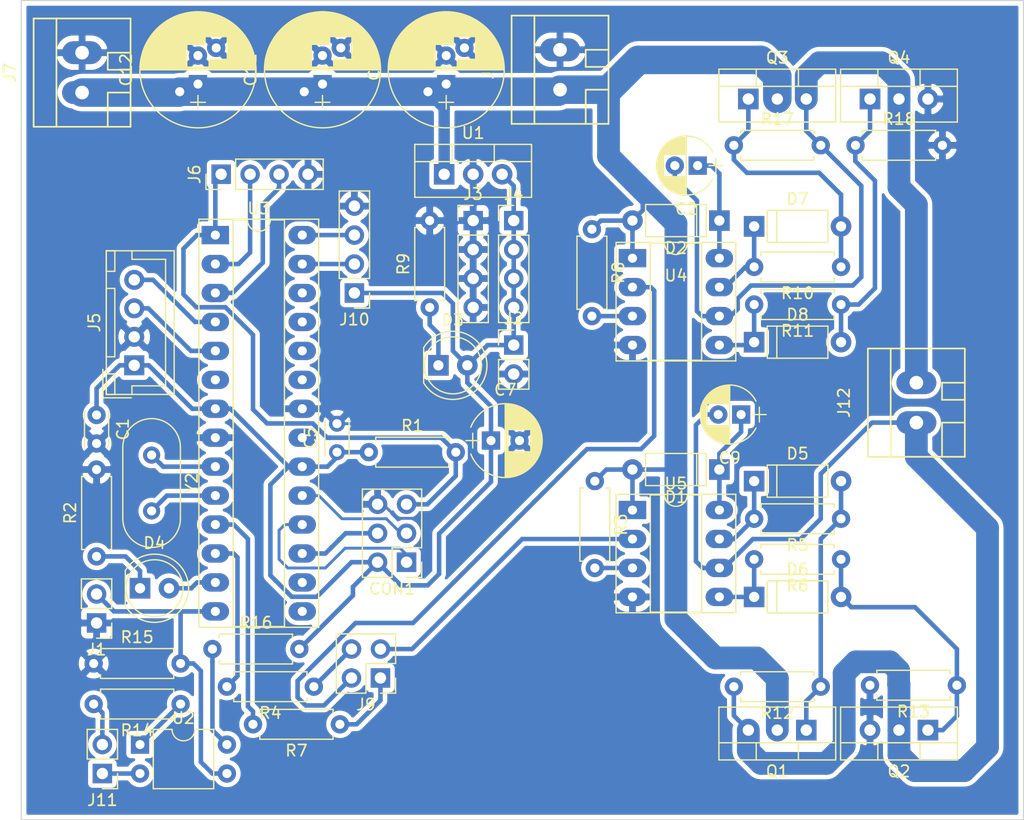
<source format=kicad_pcb>
(kicad_pcb (version 4) (host pcbnew 4.0.7)
  (title_block (title "Closed loop Motor driver") (date 2017-12-19) (rev 2) (company "Malhar Deshmukh") (comment 1 https://github.com/DeshmukhMalhar/Motor-Driver))
  (layers (0 F.Cu signal) (31 B.Cu signal) (34 B.Paste user) (35 F.Paste user) (36 B.SilkS user) (37 F.SilkS user) (38 B.Mask user) (39 F.Mask user) (44 Edge.Cuts user))
  (net 0 "")
  (net 1 +5V)
  (net 2 GND)
  (net 3 VCC)
  (net 4 "Net-(C9-Pad1)")
  (net 5 "Net-(C9-Pad2)")
  (net 6 "Net-(CON1-Pad1)")
  (net 7 "Net-(CON1-Pad3)")
  (net 8 "Net-(CON1-Pad4)")
  (net 9 /RST)
  (net 10 "Net-(D3-Pad1)")
  (net 11 "Net-(D4-Pad1)")
  (net 12 "Net-(D4-Pad2)")
  (net 13 "Net-(J5-Pad3)")
  (net 14 "Net-(J10-Pad2)")
  (net 15 "Net-(J10-Pad3)")
  (net 16 "Net-(R3-Pad2)")
  (net 17 "Net-(R8-Pad2)")
  (net 18 "Net-(U3-Pad9)")
  (net 19 "Net-(U3-Pad10)")
  (net 20 /IN1)
  (net 21 /IN2)
  (net 22 "Net-(J6-Pad2)")
  (net 23 "Net-(J6-Pad3)")
  (net 24 /INPUT_L)
  (net 25 "Net-(J11-Pad1)")
  (net 26 "Net-(J11-Pad2)")
  (net 27 "Net-(R14-Pad1)")
  (net 28 "Net-(R16-Pad1)")
  (net 29 "Net-(C2-Pad1)")
  (net 30 "Net-(C2-Pad2)")
  (net 31 "Net-(D5-Pad1)")
  (net 32 "Net-(D5-Pad2)")
  (net 33 "Net-(D6-Pad1)")
  (net 34 "Net-(D6-Pad2)")
  (net 35 "Net-(D7-Pad1)")
  (net 36 "Net-(D7-Pad2)")
  (net 37 "Net-(D8-Pad1)")
  (net 38 "Net-(D8-Pad2)")
  (net 39 "Net-(J9-Pad2)")
  (net 40 "Net-(J9-Pad3)")
  (net 41 "Net-(J5-Pad4)")
  (net 42 "Net-(J9-Pad1)")
  (net 43 "Net-(J9-Pad4)")
  (module Pin_Headers:Pin_Header_Straight_2x03_Pitch2.54mm (layer F.Cu) (at 93.218 89.154 180)
    (fp_text reference CON1 (at 1.27 -2.33 180) (layer F.SilkS))
    (fp_text value AVR-ISP-6)
    (pad 1 thru_hole rect (at 0 0 180) (size 1.7 1.7) (drill 1) (layers *.Cu *.Mask) (net 6 "Net-(CON1-Pad1)"))
    (pad 2 thru_hole oval (at 2.54 0 180) (size 1.7 1.7) (drill 1) (layers *.Cu *.Mask) (net 1 +5V))
    (pad 3 thru_hole oval (at 0 2.54 180) (size 1.7 1.7) (drill 1) (layers *.Cu *.Mask) (net 7 "Net-(CON1-Pad3)"))
    (pad 4 thru_hole oval (at 2.54 2.54 180) (size 1.7 1.7) (drill 1) (layers *.Cu *.Mask) (net 8 "Net-(CON1-Pad4)"))
    (pad 5 thru_hole oval (at 0 5.08 180) (size 1.7 1.7) (drill 1) (layers *.Cu *.Mask) (net 9 /RST))
    (pad 6 thru_hole oval (at 2.54 5.08 180) (size 1.7 1.7) (drill 1) (layers *.Cu *.Mask) (net 2 GND))
  )
  (module Capacitors_THT:C_Disc_D3.0mm_W2.0mm_P2.50mm (layer F.Cu) (at 66.04 76.24 270)
    (fp_text reference C1 (at 1.25 -2.31 270) (layer F.SilkS))
    (fp_text value 0.1)
    (pad 1 thru_hole circle (at 0 0 270) (size 1.6 1.6) (drill 0.8) (layers *.Cu *.Mask) (net 1 +5V))
    (pad 2 thru_hole circle (at 2.5 0 270) (size 1.6 1.6) (drill 0.8) (layers *.Cu *.Mask) (net 2 GND))
  )
  (module Capacitors_THT:CP_Radial_D5.0mm_P2.00mm (layer F.Cu) (at 118.745 54.356 180)
    (fp_text reference C2 (at 1 -3.81 180) (layer F.SilkS))
    (fp_text value CP_Small)
    (pad 1 thru_hole rect (at 0 0 180) (size 1.6 1.6) (drill 0.8) (layers *.Cu *.Mask) (net 29 "Net-(C2-Pad1)"))
    (pad 2 thru_hole circle (at 2 0 180) (size 1.6 1.6) (drill 0.8) (layers *.Cu *.Mask) (net 30 "Net-(C2-Pad2)"))
  )
  (module Capacitors_THT:CP_Radial_D10.0mm_P2.50mm_P5.00mm (layer F.Cu) (at 96.698 47.204 90)
    (fp_text reference C3 (at 1.25 -6.31 90) (layer F.SilkS))
    (fp_text value 10u)
    (pad 1 thru_hole rect (at 0 0 90) (size 1.6 1.6) (drill 0.8) (layers *.Cu *.Mask) (net 3 VCC))
    (pad 2 thru_hole circle (at 2.5 0 90) (size 1.6 1.6) (drill 0.8) (layers *.Cu *.Mask) (net 2 GND))
    (pad 1 thru_hole rect (at -0.670937 -1.6 90) (size 1.6 1.6) (drill 0.8) (layers *.Cu *.Mask) (net 3 VCC))
    (pad 2 thru_hole circle (at 3.170937 1.6 90) (size 1.6 1.6) (drill 0.8) (layers *.Cu *.Mask) (net 2 GND))
  )
  (module Capacitors_THT:C_Disc_D3.0mm_W2.0mm_P2.50mm (layer F.Cu) (at 87.122 79.502 90)
    (fp_text reference C5 (at 1.25 -2.31 90) (layer F.SilkS))
    (fp_text value 0.1C)
    (pad 1 thru_hole circle (at 0 0 90) (size 1.4 1.4) (drill 0.8) (layers *.Cu *.Mask) (net 1 +5V))
    (pad 2 thru_hole circle (at 2.5 0 90) (size 1.4 1.4) (drill 0.8) (layers *.Cu *.Mask) (net 2 GND))
  )
  (module Capacitors_THT:CP_Radial_D5.0mm_P2.00mm (layer F.Cu) (at 122.555 76.2 180)
    (fp_text reference C9 (at 1 -3.81 180) (layer F.SilkS))
    (fp_text value CP_Small)
    (pad 1 thru_hole rect (at 0 0 180) (size 1.6 1.6) (drill 0.8) (layers *.Cu *.Mask) (net 4 "Net-(C9-Pad1)"))
    (pad 2 thru_hole circle (at 2 0 180) (size 1.6 1.6) (drill 0.8) (layers *.Cu *.Mask) (net 5 "Net-(C9-Pad2)"))
  )
  (module Capacitors_THT:CP_Radial_D10.0mm_P2.50mm_P5.00mm (layer F.Cu) (at 85.852 47.204 90)
    (fp_text reference C11 (at 1.25 -6.31 90) (layer F.SilkS))
    (fp_text value CP_Small)
    (pad 1 thru_hole rect (at 0 0 90) (size 1.6 1.6) (drill 0.8) (layers *.Cu *.Mask) (net 3 VCC))
    (pad 2 thru_hole circle (at 2.5 0 90) (size 1.6 1.6) (drill 0.8) (layers *.Cu *.Mask) (net 2 GND))
    (pad 1 thru_hole rect (at -0.670937 -1.6 90) (size 1.6 1.6) (drill 0.8) (layers *.Cu *.Mask) (net 3 VCC))
    (pad 2 thru_hole circle (at 3.170937 1.6 90) (size 1.6 1.6) (drill 0.8) (layers *.Cu *.Mask) (net 2 GND))
  )
  (module Capacitors_THT:CP_Radial_D10.0mm_P2.50mm_P5.00mm (layer F.Cu) (at 74.93 47.204 90)
    (fp_text reference C12 (at 1.25 -6.31 90) (layer F.SilkS))
    (fp_text value CP_Small)
    (pad 1 thru_hole rect (at 0 0 90) (size 1.6 1.6) (drill 0.8) (layers *.Cu *.Mask) (net 3 VCC))
    (pad 2 thru_hole circle (at 2.5 0 90) (size 1.6 1.6) (drill 0.8) (layers *.Cu *.Mask) (net 2 GND))
    (pad 1 thru_hole rect (at -0.670937 -1.6 90) (size 1.6 1.6) (drill 0.8) (layers *.Cu *.Mask) (net 3 VCC))
    (pad 2 thru_hole circle (at 3.170937 1.6 90) (size 1.6 1.6) (drill 0.8) (layers *.Cu *.Mask) (net 2 GND))
  )
  (module Diodes_THT:D_A-405_P7.62mm_Horizontal (layer F.Cu) (at 120.65 81.026 180)
    (fp_text reference D1 (at 3.81 -2.41 180) (layer F.SilkS))
    (fp_text value D)
    (pad 1 thru_hole rect (at 0 0 180) (size 1.8 1.8) (drill 0.9) (layers *.Cu *.Mask) (net 4 "Net-(C9-Pad1)"))
    (pad 2 thru_hole oval (at 7.62 0 180) (size 1.8 1.8) (drill 0.9) (layers *.Cu *.Mask) (net 3 VCC))
  )
  (module Diodes_THT:D_A-405_P7.62mm_Horizontal (layer F.Cu) (at 120.65 59.182 180)
    (fp_text reference D2 (at 3.81 -2.41 180) (layer F.SilkS))
    (fp_text value D)
    (pad 1 thru_hole rect (at 0 0 180) (size 1.8 1.8) (drill 0.9) (layers *.Cu *.Mask) (net 29 "Net-(C2-Pad1)"))
    (pad 2 thru_hole oval (at 7.62 0 180) (size 1.8 1.8) (drill 0.9) (layers *.Cu *.Mask) (net 3 VCC))
  )
  (module LEDs:LED_D5.0mm (layer F.Cu) (at 96.012 71.882)
    (fp_text reference D3 (at 1.27 -3.96) (layer F.SilkS))
    (fp_text value LED_ALT)
    (pad 1 thru_hole rect (at 0 0) (size 1.8 1.8) (drill 0.9) (layers *.Cu *.Mask) (net 10 "Net-(D3-Pad1)"))
    (pad 2 thru_hole circle (at 2.54 0) (size 1.8 1.8) (drill 0.9) (layers *.Cu *.Mask) (net 1 +5V))
  )
  (module LEDs:LED_D5.0mm (layer F.Cu) (at 69.85 91.44)
    (fp_text reference D4 (at 1.27 -3.96) (layer F.SilkS))
    (fp_text value LED_ALT)
    (pad 1 thru_hole rect (at 0 0) (size 1.8 1.8) (drill 0.9) (layers *.Cu *.Mask) (net 11 "Net-(D4-Pad1)"))
    (pad 2 thru_hole circle (at 2.54 0) (size 1.8 1.8) (drill 0.9) (layers *.Cu *.Mask) (net 12 "Net-(D4-Pad2)"))
  )
  (module Pin_Headers:Pin_Header_Straight_1x02_Pitch2.54mm (layer F.Cu) (at 66.04 94.488 180)
    (fp_text reference J1 (at 0 -2.33 180) (layer F.SilkS))
    (fp_text value Conn_01x02)
    (pad 1 thru_hole rect (at 0 0 180) (size 1.7 1.7) (drill 1) (layers *.Cu *.Mask) (net 2 GND))
    (pad 2 thru_hole oval (at 0 2.54 180) (size 1.7 1.7) (drill 1) (layers *.Cu *.Mask) (net 24 /INPUT_L))
  )
  (module Pin_Headers:Pin_Header_Straight_1x02_Pitch2.54mm (layer F.Cu) (at 102.616 70.104)
    (fp_text reference J2 (at 0 -2.33) (layer F.SilkS))
    (fp_text value Conn_01x02)
    (pad 1 thru_hole rect (at 0 0) (size 1.7 1.7) (drill 1) (layers *.Cu *.Mask) (net 1 +5V))
    (pad 2 thru_hole oval (at 0 2.54) (size 1.7 1.7) (drill 1) (layers *.Cu *.Mask) (net 2 GND))
  )
  (module Pin_Headers:Pin_Header_Straight_1x04_Pitch2.54mm (layer F.Cu) (at 99.06 59.182)
    (fp_text reference J3 (at 0 -2.33) (layer F.SilkS))
    (fp_text value Conn_01x04)
    (pad 1 thru_hole rect (at 0 0) (size 1.7 1.7) (drill 1) (layers *.Cu *.Mask) (net 2 GND))
    (pad 2 thru_hole oval (at 0 2.54) (size 1.7 1.7) (drill 1) (layers *.Cu *.Mask) (net 2 GND))
    (pad 3 thru_hole oval (at 0 5.08) (size 1.7 1.7) (drill 1) (layers *.Cu *.Mask) (net 2 GND))
    (pad 4 thru_hole oval (at 0 7.62) (size 1.7 1.7) (drill 1) (layers *.Cu *.Mask) (net 2 GND))
  )
  (module Pin_Headers:Pin_Header_Straight_1x04_Pitch2.54mm (layer F.Cu) (at 102.616 59.182)
    (fp_text reference J4 (at 0 -2.33) (layer F.SilkS))
    (fp_text value Conn_01x04)
    (pad 1 thru_hole rect (at 0 0) (size 1.7 1.7) (drill 1) (layers *.Cu *.Mask) (net 1 +5V))
    (pad 2 thru_hole oval (at 0 2.54) (size 1.7 1.7) (drill 1) (layers *.Cu *.Mask) (net 1 +5V))
    (pad 3 thru_hole oval (at 0 5.08) (size 1.7 1.7) (drill 1) (layers *.Cu *.Mask) (net 1 +5V))
    (pad 4 thru_hole oval (at 0 7.62) (size 1.7 1.7) (drill 1) (layers *.Cu *.Mask) (net 1 +5V))
  )
  (module Connectors_JST:JST_XH_B04B-XH-A_04x2.50mm_Straight (layer F.Cu) (at 69.342 71.882 90)
    (fp_text reference J5 (at 3.75 -3.5 90) (layer F.SilkS))
    (fp_text value Conn_01x04)
    (pad 1 thru_hole rect (at 0 0 90) (size 1.75 1.75) (drill 1) (layers *.Cu *.Mask) (net 1 +5V))
    (pad 2 thru_hole circle (at 2.5 0 90) (size 1.75 1.75) (drill 1) (layers *.Cu *.Mask) (net 2 GND))
    (pad 3 thru_hole circle (at 5 0 90) (size 1.75 1.75) (drill 1) (layers *.Cu *.Mask) (net 13 "Net-(J5-Pad3)"))
    (pad 4 thru_hole circle (at 7.5 0 90) (size 1.75 1.75) (drill 1) (layers *.Cu *.Mask) (net 41 "Net-(J5-Pad4)"))
  )
  (module Pin_Headers:Pin_Header_Straight_1x04_Pitch2.54mm (layer F.Cu) (at 76.962 55.118 90)
    (fp_text reference J6 (at 0 -2.33 90) (layer F.SilkS))
    (fp_text value Conn_01x04)
    (pad 1 thru_hole rect (at 0 0 90) (size 1.7 1.7) (drill 1) (layers *.Cu *.Mask) (net 9 /RST))
    (pad 2 thru_hole oval (at 0 2.54 90) (size 1.7 1.7) (drill 1) (layers *.Cu *.Mask) (net 22 "Net-(J6-Pad2)"))
    (pad 3 thru_hole oval (at 0 5.08 90) (size 1.7 1.7) (drill 1) (layers *.Cu *.Mask) (net 23 "Net-(J6-Pad3)"))
    (pad 4 thru_hole oval (at 0 7.62 90) (size 1.7 1.7) (drill 1) (layers *.Cu *.Mask) (net 2 GND))
  )
  (module Connectors_WAGO:WAGO_734_2pin_Straight_RuggedPads (layer F.Cu) (at 64.77 46.20006 90)
    (fp_text reference J7 (at 0 -6.35 90) (layer F.SilkS))
    (fp_text value Conn_01x02)
    (pad 2 thru_hole oval (at 1.75006 0 90) (size 1.99898 3.50012) (drill 1.19888) (layers *.Cu *.Mask) (net 2 GND))
    (pad 1 thru_hole oval (at -1.75006 0 90) (size 1.99898 3.50012) (drill 1.19888) (layers *.Cu *.Mask) (net 3 VCC))
  )
  (module Connectors_WAGO:WAGO_734_2pin_Straight_RuggedPads (layer F.Cu) (at 106.68 45.94606 90)
    (fp_text reference J8 (at 0 -6.35 90) (layer F.SilkS))
    (fp_text value Conn_01x02)
    (pad 2 thru_hole oval (at 1.75006 0 90) (size 1.99898 3.50012) (drill 1.19888) (layers *.Cu *.Mask) (net 2 GND))
    (pad 1 thru_hole oval (at -1.75006 0 90) (size 1.99898 3.50012) (drill 1.19888) (layers *.Cu *.Mask) (net 3 VCC))
  )
  (module Pin_Headers:Pin_Header_Straight_2x02_Pitch2.54mm (layer F.Cu) (at 90.932 99.314 180)
    (fp_text reference J9 (at 1.27 -2.33 180) (layer F.SilkS))
    (fp_text value Conn_02x02_Odd_Even)
    (pad 1 thru_hole rect (at 0 0 180) (size 1.7 1.7) (drill 1) (layers *.Cu *.Mask) (net 42 "Net-(J9-Pad1)"))
    (pad 2 thru_hole oval (at 2.54 0 180) (size 1.7 1.7) (drill 1) (layers *.Cu *.Mask) (net 39 "Net-(J9-Pad2)"))
    (pad 3 thru_hole oval (at 0 2.54 180) (size 1.7 1.7) (drill 1) (layers *.Cu *.Mask) (net 40 "Net-(J9-Pad3)"))
    (pad 4 thru_hole oval (at 2.54 2.54 180) (size 1.7 1.7) (drill 1) (layers *.Cu *.Mask) (net 43 "Net-(J9-Pad4)"))
  )
  (module Pin_Headers:Pin_Header_Straight_1x04_Pitch2.54mm (layer F.Cu) (at 88.646 65.532 180)
    (fp_text reference J10 (at 0 -2.33 180) (layer F.SilkS))
    (fp_text value Conn_01x04)
    (pad 1 thru_hole rect (at 0 0 180) (size 1.7 1.7) (drill 1) (layers *.Cu *.Mask) (net 1 +5V))
    (pad 2 thru_hole oval (at 0 2.54 180) (size 1.7 1.7) (drill 1) (layers *.Cu *.Mask) (net 14 "Net-(J10-Pad2)"))
    (pad 3 thru_hole oval (at 0 5.08 180) (size 1.7 1.7) (drill 1) (layers *.Cu *.Mask) (net 15 "Net-(J10-Pad3)"))
    (pad 4 thru_hole oval (at 0 7.62 180) (size 1.7 1.7) (drill 1) (layers *.Cu *.Mask) (net 2 GND))
  )
  (module Pin_Headers:Pin_Header_Straight_1x02_Pitch2.54mm (layer F.Cu) (at 66.548 107.696 180)
    (fp_text reference J11 (at 0 -2.33 180) (layer F.SilkS))
    (fp_text value Conn_01x02)
    (pad 1 thru_hole rect (at 0 0 180) (size 1.7 1.7) (drill 1) (layers *.Cu *.Mask) (net 25 "Net-(J11-Pad1)"))
    (pad 2 thru_hole oval (at 0 2.54 180) (size 1.7 1.7) (drill 1) (layers *.Cu *.Mask) (net 26 "Net-(J11-Pad2)"))
  )
  (module Connectors_WAGO:WAGO_734_2pin_Straight_RuggedPads (layer F.Cu) (at 137.922 75.15606 90)
    (fp_text reference J12 (at 0 -6.35 90) (layer F.SilkS))
    (fp_text value Conn_01x02)
    (pad 2 thru_hole oval (at 1.75006 0 90) (size 1.99898 3.50012) (drill 1.19888) (layers *.Cu *.Mask) (net 30 "Net-(C2-Pad2)"))
    (pad 1 thru_hole oval (at -1.75006 0 90) (size 1.99898 3.50012) (drill 1.19888) (layers *.Cu *.Mask) (net 5 "Net-(C9-Pad2)"))
  )
  (module TO_SOT_Packages_THT:TO-220-3_Vertical (layer F.Cu) (at 128.27 103.886 180)
    (fp_text reference Q1 (at 2.54 -3.62 180) (layer F.SilkS))
    (fp_text value IRF3205)
    (pad 1 thru_hole rect (at 0 0 180) (size 1.8 1.8) (drill 1) (layers *.Cu *.Mask) (net 32 "Net-(D5-Pad2)"))
    (pad 2 thru_hole oval (at 2.54 0 180) (size 1.8 1.8) (drill 1) (layers *.Cu *.Mask) (net 3 VCC))
    (pad 3 thru_hole oval (at 5.08 0 180) (size 1.8 1.8) (drill 1) (layers *.Cu *.Mask) (net 5 "Net-(C9-Pad2)"))
  )
  (module TO_SOT_Packages_THT:TO-220-3_Vertical (layer F.Cu) (at 138.938 103.886 180)
    (fp_text reference Q2 (at 2.54 -3.62 180) (layer F.SilkS))
    (fp_text value IRF3205)
    (pad 1 thru_hole rect (at 0 0 180) (size 1.8 1.8) (drill 1) (layers *.Cu *.Mask) (net 34 "Net-(D6-Pad2)"))
    (pad 2 thru_hole oval (at 2.54 0 180) (size 1.8 1.8) (drill 1) (layers *.Cu *.Mask) (net 5 "Net-(C9-Pad2)"))
    (pad 3 thru_hole oval (at 5.08 0 180) (size 1.8 1.8) (drill 1) (layers *.Cu *.Mask) (net 2 GND))
  )
  (module TO_SOT_Packages_THT:TO-220-3_Vertical (layer F.Cu) (at 123.19 48.514)
    (fp_text reference Q3 (at 2.54 -3.62) (layer F.SilkS))
    (fp_text value IRF3205)
    (pad 1 thru_hole rect (at 0 0) (size 1.8 1.8) (drill 1) (layers *.Cu *.Mask) (net 36 "Net-(D7-Pad2)"))
    (pad 2 thru_hole oval (at 2.54 0) (size 1.8 1.8) (drill 1) (layers *.Cu *.Mask) (net 3 VCC))
    (pad 3 thru_hole oval (at 5.08 0) (size 1.8 1.8) (drill 1) (layers *.Cu *.Mask) (net 30 "Net-(C2-Pad2)"))
  )
  (module TO_SOT_Packages_THT:TO-220-3_Vertical (layer F.Cu) (at 133.858 48.514)
    (fp_text reference Q4 (at 2.54 -3.62) (layer F.SilkS))
    (fp_text value IRF3205)
    (pad 1 thru_hole rect (at 0 0) (size 1.8 1.8) (drill 1) (layers *.Cu *.Mask) (net 38 "Net-(D8-Pad2)"))
    (pad 2 thru_hole oval (at 2.54 0) (size 1.8 1.8) (drill 1) (layers *.Cu *.Mask) (net 30 "Net-(C2-Pad2)"))
    (pad 3 thru_hole oval (at 5.08 0) (size 1.8 1.8) (drill 1) (layers *.Cu *.Mask) (net 2 GND))
  )
  (module Resistors_THT:R_Axial_DIN0207_L6.3mm_D2.5mm_P7.62mm_Horizontal (layer F.Cu) (at 89.916 79.502)
    (fp_text reference R1 (at 3.81 -2.31) (layer F.SilkS))
    (fp_text value 10K)
    (pad 1 thru_hole circle (at 0 0) (size 1.6 1.6) (drill 0.8) (layers *.Cu *.Mask) (net 1 +5V))
    (pad 2 thru_hole oval (at 7.62 0) (size 1.6 1.6) (drill 0.8) (layers *.Cu *.Mask) (net 9 /RST))
  )
  (module Resistors_THT:R_Axial_DIN0207_L6.3mm_D2.5mm_P7.62mm_Horizontal (layer F.Cu) (at 66.04 88.646 90)
    (fp_text reference R2 (at 3.81 -2.31 90) (layer F.SilkS))
    (fp_text value 510)
    (pad 1 thru_hole circle (at 0 0 90) (size 1.6 1.6) (drill 0.8) (layers *.Cu *.Mask) (net 11 "Net-(D4-Pad1)"))
    (pad 2 thru_hole oval (at 7.62 0 90) (size 1.6 1.6) (drill 0.8) (layers *.Cu *.Mask) (net 2 GND))
  )
  (module Resistors_THT:R_Axial_DIN0207_L6.3mm_D2.5mm_P7.62mm_Horizontal (layer F.Cu) (at 109.728 82.042 270)
    (fp_text reference R3 (at 3.81 -2.31 270) (layer F.SilkS))
    (fp_text value R)
    (pad 1 thru_hole circle (at 0 0 270) (size 1.6 1.6) (drill 0.8) (layers *.Cu *.Mask) (net 3 VCC))
    (pad 2 thru_hole oval (at 7.62 0 270) (size 1.6 1.6) (drill 0.8) (layers *.Cu *.Mask) (net 16 "Net-(R3-Pad2)"))
  )
  (module Resistors_THT:R_Axial_DIN0207_L6.3mm_D2.5mm_P7.62mm_Horizontal (layer F.Cu) (at 85.09 100.076 180)
    (fp_text reference R4 (at 3.81 -2.31 180) (layer F.SilkS))
    (fp_text value R)
    (pad 1 thru_hole circle (at 0 0 180) (size 1.6 1.6) (drill 0.8) (layers *.Cu *.Mask) (net 43 "Net-(J9-Pad4)"))
    (pad 2 thru_hole oval (at 7.62 0 180) (size 1.6 1.6) (drill 0.8) (layers *.Cu *.Mask) (net 21 /IN2))
  )
  (module Resistors_THT:R_Axial_DIN0207_L6.3mm_D2.5mm_P7.62mm_Horizontal (layer F.Cu) (at 131.318 85.344 180)
    (fp_text reference R5 (at 3.81 -2.31 180) (layer F.SilkS))
    (fp_text value R)
    (pad 1 thru_hole circle (at 0 0 180) (size 1.6 1.6) (drill 0.8) (layers *.Cu *.Mask) (net 32 "Net-(D5-Pad2)"))
    (pad 2 thru_hole oval (at 7.62 0 180) (size 1.6 1.6) (drill 0.8) (layers *.Cu *.Mask) (net 31 "Net-(D5-Pad1)"))
  )
  (module Resistors_THT:R_Axial_DIN0207_L6.3mm_D2.5mm_P7.62mm_Horizontal (layer F.Cu) (at 131.318 88.9 180)
    (fp_text reference R6 (at 3.81 -2.31 180) (layer F.SilkS))
    (fp_text value R)
    (pad 1 thru_hole circle (at 0 0 180) (size 1.6 1.6) (drill 0.8) (layers *.Cu *.Mask) (net 34 "Net-(D6-Pad2)"))
    (pad 2 thru_hole oval (at 7.62 0 180) (size 1.6 1.6) (drill 0.8) (layers *.Cu *.Mask) (net 33 "Net-(D6-Pad1)"))
  )
  (module Resistors_THT:R_Axial_DIN0207_L6.3mm_D2.5mm_P7.62mm_Horizontal (layer F.Cu) (at 87.376 103.378 180)
    (fp_text reference R7 (at 3.81 -2.31 180) (layer F.SilkS))
    (fp_text value R)
    (pad 1 thru_hole circle (at 0 0 180) (size 1.6 1.6) (drill 0.8) (layers *.Cu *.Mask) (net 42 "Net-(J9-Pad1)"))
    (pad 2 thru_hole oval (at 7.62 0 180) (size 1.6 1.6) (drill 0.8) (layers *.Cu *.Mask) (net 20 /IN1))
  )
  (module Resistors_THT:R_Axial_DIN0207_L6.3mm_D2.5mm_P7.62mm_Horizontal (layer F.Cu) (at 109.474 59.944 270)
    (fp_text reference R8 (at 3.81 -2.31 270) (layer F.SilkS))
    (fp_text value R)
    (pad 1 thru_hole circle (at 0 0 270) (size 1.6 1.6) (drill 0.8) (layers *.Cu *.Mask) (net 3 VCC))
    (pad 2 thru_hole oval (at 7.62 0 270) (size 1.6 1.6) (drill 0.8) (layers *.Cu *.Mask) (net 17 "Net-(R8-Pad2)"))
  )
  (module Resistors_THT:R_Axial_DIN0207_L6.3mm_D2.5mm_P7.62mm_Horizontal (layer F.Cu) (at 95.25 66.802 90)
    (fp_text reference R9 (at 3.81 -2.31 90) (layer F.SilkS))
    (fp_text value 510)
    (pad 1 thru_hole circle (at 0 0 90) (size 1.6 1.6) (drill 0.8) (layers *.Cu *.Mask) (net 10 "Net-(D3-Pad1)"))
    (pad 2 thru_hole oval (at 7.62 0 90) (size 1.6 1.6) (drill 0.8) (layers *.Cu *.Mask) (net 2 GND))
  )
  (module Resistors_THT:R_Axial_DIN0207_L6.3mm_D2.5mm_P7.62mm_Horizontal (layer F.Cu) (at 131.318 63.246 180)
    (fp_text reference R10 (at 3.81 -2.31 180) (layer F.SilkS))
    (fp_text value R)
    (pad 1 thru_hole circle (at 0 0 180) (size 1.6 1.6) (drill 0.8) (layers *.Cu *.Mask) (net 36 "Net-(D7-Pad2)"))
    (pad 2 thru_hole oval (at 7.62 0 180) (size 1.6 1.6) (drill 0.8) (layers *.Cu *.Mask) (net 35 "Net-(D7-Pad1)"))
  )
  (module Resistors_THT:R_Axial_DIN0207_L6.3mm_D2.5mm_P7.62mm_Horizontal (layer F.Cu) (at 131.318 66.548 180)
    (fp_text reference R11 (at 3.81 -2.31 180) (layer F.SilkS))
    (fp_text value R)
    (pad 1 thru_hole circle (at 0 0 180) (size 1.6 1.6) (drill 0.8) (layers *.Cu *.Mask) (net 38 "Net-(D8-Pad2)"))
    (pad 2 thru_hole oval (at 7.62 0 180) (size 1.6 1.6) (drill 0.8) (layers *.Cu *.Mask) (net 37 "Net-(D8-Pad1)"))
  )
  (module Resistors_THT:R_Axial_DIN0207_L6.3mm_D2.5mm_P7.62mm_Horizontal (layer F.Cu) (at 129.54 100.076 180)
    (fp_text reference R12 (at 3.81 -2.31 180) (layer F.SilkS))
    (fp_text value R_Small)
    (pad 1 thru_hole circle (at 0 0 180) (size 1.6 1.6) (drill 0.8) (layers *.Cu *.Mask) (net 32 "Net-(D5-Pad2)"))
    (pad 2 thru_hole oval (at 7.62 0 180) (size 1.6 1.6) (drill 0.8) (layers *.Cu *.Mask) (net 5 "Net-(C9-Pad2)"))
  )
  (module Resistors_THT:R_Axial_DIN0207_L6.3mm_D2.5mm_P7.62mm_Horizontal (layer F.Cu) (at 141.478 99.949 180)
    (fp_text reference R13 (at 3.81 -2.31 180) (layer F.SilkS))
    (fp_text value R_Small)
    (pad 1 thru_hole circle (at 0 0 180) (size 1.6 1.6) (drill 0.8) (layers *.Cu *.Mask) (net 34 "Net-(D6-Pad2)"))
    (pad 2 thru_hole oval (at 7.62 0 180) (size 1.6 1.6) (drill 0.8) (layers *.Cu *.Mask) (net 2 GND))
  )
  (module Resistors_THT:R_Axial_DIN0207_L6.3mm_D2.5mm_P7.62mm_Horizontal (layer F.Cu) (at 73.406 101.6 180)
    (fp_text reference R14 (at 3.81 -2.31 180) (layer F.SilkS))
    (fp_text value 200)
    (pad 1 thru_hole circle (at 0 0 180) (size 1.6 1.6) (drill 0.8) (layers *.Cu *.Mask) (net 27 "Net-(R14-Pad1)"))
    (pad 2 thru_hole oval (at 7.62 0 180) (size 1.6 1.6) (drill 0.8) (layers *.Cu *.Mask) (net 26 "Net-(J11-Pad2)"))
  )
  (module Resistors_THT:R_Axial_DIN0207_L6.3mm_D2.5mm_P7.62mm_Horizontal (layer F.Cu) (at 65.786 98.044)
    (fp_text reference R15 (at 3.81 -2.31) (layer F.SilkS))
    (fp_text value 200)
    (pad 1 thru_hole circle (at 0 0) (size 1.6 1.6) (drill 0.8) (layers *.Cu *.Mask) (net 2 GND))
    (pad 2 thru_hole oval (at 7.62 0) (size 1.6 1.6) (drill 0.8) (layers *.Cu *.Mask) (net 24 /INPUT_L))
  )
  (module Resistors_THT:R_Axial_DIN0207_L6.3mm_D2.5mm_P7.62mm_Horizontal (layer F.Cu) (at 76.2 96.774)
    (fp_text reference R16 (at 3.81 -2.31) (layer F.SilkS))
    (fp_text value 1)
    (pad 1 thru_hole circle (at 0 0) (size 1.6 1.6) (drill 0.8) (layers *.Cu *.Mask) (net 28 "Net-(R16-Pad1)"))
    (pad 2 thru_hole oval (at 7.62 0) (size 1.6 1.6) (drill 0.8) (layers *.Cu *.Mask) (net 1 +5V))
  )
  (module Resistors_THT:R_Axial_DIN0207_L6.3mm_D2.5mm_P7.62mm_Horizontal (layer F.Cu) (at 121.92 52.578)
    (fp_text reference R17 (at 3.81 -2.31) (layer F.SilkS))
    (fp_text value R_Small)
    (pad 1 thru_hole circle (at 0 0) (size 1.6 1.6) (drill 0.8) (layers *.Cu *.Mask) (net 36 "Net-(D7-Pad2)"))
    (pad 2 thru_hole oval (at 7.62 0) (size 1.6 1.6) (drill 0.8) (layers *.Cu *.Mask) (net 30 "Net-(C2-Pad2)"))
  )
  (module Resistors_THT:R_Axial_DIN0207_L6.3mm_D2.5mm_P7.62mm_Horizontal (layer F.Cu) (at 132.588 52.578)
    (fp_text reference R18 (at 3.81 -2.31) (layer F.SilkS))
    (fp_text value R_Small)
    (pad 1 thru_hole circle (at 0 0) (size 1.6 1.6) (drill 0.8) (layers *.Cu *.Mask) (net 38 "Net-(D8-Pad2)"))
    (pad 2 thru_hole oval (at 7.62 0) (size 1.6 1.6) (drill 0.8) (layers *.Cu *.Mask) (net 2 GND))
  )
  (module TO_SOT_Packages_THT:TO-220-3_Vertical (layer F.Cu) (at 96.52 55.118)
    (fp_text reference U1 (at 2.54 -3.62) (layer F.SilkS))
    (fp_text value L7805)
    (pad 1 thru_hole rect (at 0 0) (size 1.8 1.8) (drill 1) (layers *.Cu *.Mask) (net 3 VCC))
    (pad 2 thru_hole oval (at 2.54 0) (size 1.8 1.8) (drill 1) (layers *.Cu *.Mask) (net 2 GND))
    (pad 3 thru_hole oval (at 5.08 0) (size 1.8 1.8) (drill 1) (layers *.Cu *.Mask) (net 1 +5V))
  )
  (module Housings_DIP:DIP-4_W7.62mm (layer F.Cu) (at 69.85 105.156)
    (fp_text reference U2 (at 3.81 -2.33) (layer F.SilkS))
    (fp_text value PC817)
    (pad 1 thru_hole rect (at 0 0) (size 1.6 1.6) (drill 0.8) (layers *.Cu *.Mask) (net 27 "Net-(R14-Pad1)"))
    (pad 3 thru_hole oval (at 7.62 2.54) (size 1.6 1.6) (drill 0.8) (layers *.Cu *.Mask) (net 24 /INPUT_L))
    (pad 2 thru_hole oval (at 0 2.54) (size 1.6 1.6) (drill 0.8) (layers *.Cu *.Mask) (net 25 "Net-(J11-Pad1)"))
    (pad 4 thru_hole oval (at 7.62 0) (size 1.6 1.6) (drill 0.8) (layers *.Cu *.Mask) (net 28 "Net-(R16-Pad1)"))
  )
  (module Housings_DIP:DIP-28_W7.62mm_Socket_LongPads (layer F.Cu) (at 76.454 60.452)
    (fp_text reference U3 (at 3.81 -2.33) (layer F.SilkS))
    (fp_text value ATMEGA328P-PU)
    (pad 1 thru_hole rect (at 0 0) (size 2.4 1.6) (drill 0.8) (layers *.Cu *.Mask) (net 9 /RST))
    (pad 15 thru_hole oval (at 7.62 33.02) (size 2.4 1.6) (drill 0.8) (layers *.Cu *.Mask))
    (pad 2 thru_hole oval (at 0 2.54) (size 2.4 1.6) (drill 0.8) (layers *.Cu *.Mask) (net 22 "Net-(J6-Pad2)"))
    (pad 16 thru_hole oval (at 7.62 30.48) (size 2.4 1.6) (drill 0.8) (layers *.Cu *.Mask))
    (pad 3 thru_hole oval (at 0 5.08) (size 2.4 1.6) (drill 0.8) (layers *.Cu *.Mask) (net 23 "Net-(J6-Pad3)"))
    (pad 17 thru_hole oval (at 7.62 27.94) (size 2.4 1.6) (drill 0.8) (layers *.Cu *.Mask) (net 8 "Net-(CON1-Pad4)"))
    (pad 4 thru_hole oval (at 0 7.62) (size 2.4 1.6) (drill 0.8) (layers *.Cu *.Mask) (net 41 "Net-(J5-Pad4)"))
    (pad 18 thru_hole oval (at 7.62 25.4) (size 2.4 1.6) (drill 0.8) (layers *.Cu *.Mask) (net 6 "Net-(CON1-Pad1)"))
    (pad 5 thru_hole oval (at 0 10.16) (size 2.4 1.6) (drill 0.8) (layers *.Cu *.Mask) (net 13 "Net-(J5-Pad3)"))
    (pad 19 thru_hole oval (at 7.62 22.86) (size 2.4 1.6) (drill 0.8) (layers *.Cu *.Mask) (net 7 "Net-(CON1-Pad3)"))
    (pad 6 thru_hole oval (at 0 12.7) (size 2.4 1.6) (drill 0.8) (layers *.Cu *.Mask))
    (pad 20 thru_hole oval (at 7.62 20.32) (size 2.4 1.6) (drill 0.8) (layers *.Cu *.Mask) (net 1 +5V))
    (pad 7 thru_hole oval (at 0 15.24) (size 2.4 1.6) (drill 0.8) (layers *.Cu *.Mask) (net 1 +5V))
    (pad 21 thru_hole oval (at 7.62 17.78) (size 2.4 1.6) (drill 0.8) (layers *.Cu *.Mask))
    (pad 8 thru_hole oval (at 0 17.78) (size 2.4 1.6) (drill 0.8) (layers *.Cu *.Mask) (net 2 GND))
    (pad 22 thru_hole oval (at 7.62 15.24) (size 2.4 1.6) (drill 0.8) (layers *.Cu *.Mask) (net 2 GND))
    (pad 9 thru_hole oval (at 0 20.32) (size 2.4 1.6) (drill 0.8) (layers *.Cu *.Mask) (net 18 "Net-(U3-Pad9)"))
    (pad 23 thru_hole oval (at 7.62 12.7) (size 2.4 1.6) (drill 0.8) (layers *.Cu *.Mask))
    (pad 10 thru_hole oval (at 0 22.86) (size 2.4 1.6) (drill 0.8) (layers *.Cu *.Mask) (net 19 "Net-(U3-Pad10)"))
    (pad 24 thru_hole oval (at 7.62 10.16) (size 2.4 1.6) (drill 0.8) (layers *.Cu *.Mask))
    (pad 11 thru_hole oval (at 0 25.4) (size 2.4 1.6) (drill 0.8) (layers *.Cu *.Mask) (net 20 /IN1))
    (pad 25 thru_hole oval (at 7.62 7.62) (size 2.4 1.6) (drill 0.8) (layers *.Cu *.Mask))
    (pad 12 thru_hole oval (at 0 27.94) (size 2.4 1.6) (drill 0.8) (layers *.Cu *.Mask) (net 21 /IN2))
    (pad 26 thru_hole oval (at 7.62 5.08) (size 2.4 1.6) (drill 0.8) (layers *.Cu *.Mask))
    (pad 13 thru_hole oval (at 0 30.48) (size 2.4 1.6) (drill 0.8) (layers *.Cu *.Mask) (net 12 "Net-(D4-Pad2)"))
    (pad 27 thru_hole oval (at 7.62 2.54) (size 2.4 1.6) (drill 0.8) (layers *.Cu *.Mask) (net 14 "Net-(J10-Pad2)"))
    (pad 14 thru_hole oval (at 0 33.02) (size 2.4 1.6) (drill 0.8) (layers *.Cu *.Mask) (net 24 /INPUT_L))
    (pad 28 thru_hole oval (at 7.62 0) (size 2.4 1.6) (drill 0.8) (layers *.Cu *.Mask) (net 15 "Net-(J10-Pad3)"))
  )
  (module Housings_DIP:DIP-8_W7.62mm_Socket_LongPads (layer F.Cu) (at 113.03 62.484)
    (fp_text reference U4 (at 3.81 1.524) (layer F.SilkS))
    (fp_text value IR2104)
    (pad 1 thru_hole rect (at 0 0) (size 2.4 1.6) (drill 0.8) (layers *.Cu *.Mask) (net 3 VCC))
    (pad 5 thru_hole oval (at 7.62 7.62) (size 2.4 1.6) (drill 0.8) (layers *.Cu *.Mask) (net 37 "Net-(D8-Pad1)"))
    (pad 2 thru_hole oval (at 0 2.54) (size 2.4 1.6) (drill 0.8) (layers *.Cu *.Mask) (net 39 "Net-(J9-Pad2)"))
    (pad 6 thru_hole oval (at 7.62 5.08) (size 2.4 1.6) (drill 0.8) (layers *.Cu *.Mask) (net 30 "Net-(C2-Pad2)"))
    (pad 3 thru_hole oval (at 0 5.08) (size 2.4 1.6) (drill 0.8) (layers *.Cu *.Mask) (net 17 "Net-(R8-Pad2)"))
    (pad 7 thru_hole oval (at 7.62 2.54) (size 2.4 1.6) (drill 0.8) (layers *.Cu *.Mask) (net 35 "Net-(D7-Pad1)"))
    (pad 4 thru_hole oval (at 0 7.62) (size 2.4 1.6) (drill 0.8) (layers *.Cu *.Mask) (net 2 GND))
    (pad 8 thru_hole oval (at 7.62 0) (size 2.4 1.6) (drill 0.8) (layers *.Cu *.Mask) (net 29 "Net-(C2-Pad1)"))
  )
  (module Housings_DIP:DIP-8_W7.62mm_Socket_LongPads (layer F.Cu) (at 113.03 84.582)
    (fp_text reference U5 (at 3.81 -2.33) (layer F.SilkS))
    (fp_text value IR2104)
    (pad 1 thru_hole rect (at 0 0) (size 2.4 1.6) (drill 0.8) (layers *.Cu *.Mask) (net 3 VCC))
    (pad 5 thru_hole oval (at 7.62 7.62) (size 2.4 1.6) (drill 0.8) (layers *.Cu *.Mask) (net 33 "Net-(D6-Pad1)"))
    (pad 2 thru_hole oval (at 0 2.54) (size 2.4 1.6) (drill 0.8) (layers *.Cu *.Mask) (net 40 "Net-(J9-Pad3)"))
    (pad 6 thru_hole oval (at 7.62 5.08) (size 2.4 1.6) (drill 0.8) (layers *.Cu *.Mask) (net 5 "Net-(C9-Pad2)"))
    (pad 3 thru_hole oval (at 0 5.08) (size 2.4 1.6) (drill 0.8) (layers *.Cu *.Mask) (net 16 "Net-(R3-Pad2)"))
    (pad 7 thru_hole oval (at 7.62 2.54) (size 2.4 1.6) (drill 0.8) (layers *.Cu *.Mask) (net 31 "Net-(D5-Pad1)"))
    (pad 4 thru_hole oval (at 0 7.62) (size 2.4 1.6) (drill 0.8) (layers *.Cu *.Mask) (net 2 GND))
    (pad 8 thru_hole oval (at 7.62 0) (size 2.4 1.6) (drill 0.8) (layers *.Cu *.Mask) (net 4 "Net-(C9-Pad1)"))
  )
  (module Crystals:Crystal_HC18-U_Vertical (layer F.Cu) (at 70.866 79.756 270)
    (fp_text reference Y2 (at 2.45 -3.525 270) (layer F.SilkS))
    (fp_text value Crystal)
    (pad 1 thru_hole circle (at 0 0 270) (size 1.5 1.5) (drill 0.8) (layers *.Cu *.Mask) (net 18 "Net-(U3-Pad9)"))
    (pad 2 thru_hole circle (at 4.9 0 270) (size 1.5 1.5) (drill 0.8) (layers *.Cu *.Mask) (net 19 "Net-(U3-Pad10)"))
  )
  (module Capacitors_THT:CP_Radial_D6.3mm_P2.50mm (layer F.Cu) (at 100.624 78.486)
    (fp_text reference C7 (at 1.25 -4.46) (layer F.SilkS))
    (fp_text value 47u)
    (pad 1 thru_hole rect (at 0 0) (size 1.6 1.6) (drill 0.8) (layers *.Cu *.Mask) (net 1 +5V))
    (pad 2 thru_hole circle (at 2.5 0) (size 1.6 1.6) (drill 0.8) (layers *.Cu *.Mask) (net 2 GND))
  )
  (module Diodes_THT:D_A-405_P7.62mm_Horizontal (layer F.Cu) (at 123.698 82.042)
    (fp_text reference D5 (at 3.81 -2.41) (layer F.SilkS))
    (fp_text value D)
    (pad 1 thru_hole rect (at 0 0) (size 1.8 1.8) (drill 0.9) (layers *.Cu *.Mask) (net 31 "Net-(D5-Pad1)"))
    (pad 2 thru_hole oval (at 7.62 0) (size 1.8 1.8) (drill 0.9) (layers *.Cu *.Mask) (net 32 "Net-(D5-Pad2)"))
  )
  (module Diodes_THT:D_A-405_P7.62mm_Horizontal (layer F.Cu) (at 123.698 92.202)
    (fp_text reference D6 (at 3.81 -2.41) (layer F.SilkS))
    (fp_text value D)
    (pad 1 thru_hole rect (at 0 0) (size 1.8 1.8) (drill 0.9) (layers *.Cu *.Mask) (net 33 "Net-(D6-Pad1)"))
    (pad 2 thru_hole oval (at 7.62 0) (size 1.8 1.8) (drill 0.9) (layers *.Cu *.Mask) (net 34 "Net-(D6-Pad2)"))
  )
  (module Diodes_THT:D_A-405_P7.62mm_Horizontal (layer F.Cu) (at 123.698 59.69)
    (fp_text reference D7 (at 3.81 -2.41) (layer F.SilkS))
    (fp_text value D)
    (pad 1 thru_hole rect (at 0 0) (size 1.8 1.8) (drill 0.9) (layers *.Cu *.Mask) (net 35 "Net-(D7-Pad1)"))
    (pad 2 thru_hole oval (at 7.62 0) (size 1.8 1.8) (drill 0.9) (layers *.Cu *.Mask) (net 36 "Net-(D7-Pad2)"))
  )
  (module Diodes_THT:D_A-405_P7.62mm_Horizontal (layer F.Cu) (at 123.698 69.85)
    (fp_text reference D8 (at 3.81 -2.41) (layer F.SilkS))
    (fp_text value D)
    (pad 1 thru_hole rect (at 0 0) (size 1.8 1.8) (drill 0.9) (layers *.Cu *.Mask) (net 37 "Net-(D8-Pad1)"))
    (pad 2 thru_hole oval (at 7.62 0) (size 1.8 1.8) (drill 0.9) (layers *.Cu *.Mask) (net 38 "Net-(D8-Pad2)"))
  )
  (gr_line (start 59.436 39.878) (end 59.436 111.76) (layer Edge.Cuts) (width 0.1))
  (gr_line (start 147.32 39.878) (end 147.32 111.76) (layer Edge.Cuts) (width 0.1))
  (gr_line (start 59.436 111.76) (end 147.32 111.76) (layer Edge.Cuts) (width 0.1))
  (gr_line (start 147.32 39.878) (end 59.436 39.878) (layer Edge.Cuts) (width 0.1))
  (segment (start 90.678 89.154) (end 92.71 91.186) (width 0.4) (layer B.Cu) (net 1))
  (segment (start 92.71 91.186) (end 95.073051 91.186) (width 0.4) (layer B.Cu) (net 1))
  (segment (start 95.073051 91.186) (end 96.073707 90.185344) (width 0.4) (layer B.Cu) (net 1))
  (segment (start 96.073707 90.185344) (end 96.073707 86.651766) (width 0.4) (layer B.Cu) (net 1))
  (segment (start 96.073707 86.651766) (end 100.624 82.101473) (width 0.4) (layer B.Cu) (net 1))
  (segment (start 100.624 82.101473) (end 100.624 78.486) (width 0.4) (layer B.Cu) (net 1))
  (segment (start 88.646 65.532) (end 96.361295 65.532) (width 0.4) (layer B.Cu) (net 1))
  (segment (start 96.361295 65.532) (end 97.282 66.452705) (width 0.4) (layer B.Cu) (net 1))
  (segment (start 97.282 66.452705) (end 97.282 70.612) (width 0.4) (layer B.Cu) (net 1))
  (segment (start 97.282 70.612) (end 98.552 71.882) (width 0.4) (layer B.Cu) (net 1))
  (segment (start 88.519 92.075) (end 88.519 91.313) (width 0.4) (layer B.Cu) (net 1))
  (segment (start 88.519 91.313) (end 90.678 89.154) (width 0.4) (layer B.Cu) (net 1))
  (segment (start 83.82 96.774) (end 88.519 92.075) (width 0.4) (layer B.Cu) (net 1))
  (segment (start 90.678 89.154) (end 88.392 89.154) (width 0.4) (layer B.Cu) (net 1))
  (segment (start 81.28 82.354676) (end 82.862676 80.772) (width 0.4) (layer B.Cu) (net 1))
  (segment (start 88.392 89.154) (end 85.35999 92.18601) (width 0.4) (layer B.Cu) (net 1))
  (segment (start 85.35999 92.18601) (end 83.154573 92.18601) (width 0.4) (layer B.Cu) (net 1))
  (segment (start 83.154573 92.18601) (end 81.28 90.311437) (width 0.4) (layer B.Cu) (net 1))
  (segment (start 81.28 90.311437) (end 81.28 82.354676) (width 0.4) (layer B.Cu) (net 1))
  (segment (start 76.454 75.692) (end 77.782676 75.692) (width 0.4) (layer B.Cu) (net 1))
  (segment (start 82.862676 80.772) (end 84.074 80.772) (width 0.4) (layer B.Cu) (net 1))
  (segment (start 77.782676 75.692) (end 82.862676 80.772) (width 0.4) (layer B.Cu) (net 1))
  (segment (start 69.342 71.882) (end 68.067 71.882) (width 0.4) (layer B.Cu) (net 1))
  (segment (start 68.067 71.882) (end 66.04 73.909) (width 0.4) (layer B.Cu) (net 1))
  (segment (start 66.04 73.909) (end 66.04 75.10863) (width 0.4) (layer B.Cu) (net 1))
  (segment (start 66.04 75.10863) (end 66.04 76.24) (width 0.4) (layer B.Cu) (net 1))
  (segment (start 69.342 71.882) (end 70.617 71.882) (width 0.4) (layer B.Cu) (net 1))
  (segment (start 74.427 75.692) (end 76.454 75.692) (width 0.4) (layer B.Cu) (net 1))
  (segment (start 70.617 71.882) (end 74.427 75.692) (width 0.4) (layer B.Cu) (net 1))
  (segment (start 102.616 59.182) (end 102.616 56.134) (width 0.4) (layer B.Cu) (net 1))
  (segment (start 102.616 56.134) (end 101.6 55.118) (width 0.4) (layer B.Cu) (net 1))
  (segment (start 102.616 61.722) (end 102.616 59.182) (width 0.4) (layer B.Cu) (net 1))
  (segment (start 102.616 64.262) (end 102.616 61.722) (width 0.4) (layer B.Cu) (net 1))
  (segment (start 102.616 66.802) (end 102.616 64.262) (width 0.4) (layer B.Cu) (net 1))
  (segment (start 102.616 66.802) (end 102.616 70.104) (width 0.4) (layer B.Cu) (net 1))
  (segment (start 98.552 71.882) (end 100.33 70.104) (width 0.4) (layer B.Cu) (net 1))
  (segment (start 100.33 70.104) (end 102.616 70.104) (width 0.4) (layer B.Cu) (net 1))
  (segment (start 98.552 73.406) (end 100.624 75.478) (width 0.4) (layer B.Cu) (net 1))
  (segment (start 100.624 75.478) (end 100.624 78.486) (width 0.4) (layer B.Cu) (net 1))
  (segment (start 98.552 71.882) (end 98.552 73.406) (width 0.4) (layer B.Cu) (net 1))
  (segment (start 87.122 79.502) (end 89.916 79.502) (width 0.4) (layer B.Cu) (net 1))
  (segment (start 87.122 79.502) (end 87.122 79.935796) (width 0.4) (layer B.Cu) (net 1))
  (segment (start 87.122 79.935796) (end 86.285796 80.772) (width 0.4) (layer B.Cu) (net 1))
  (segment (start 86.285796 80.772) (end 84.074 80.772) (width 0.4) (layer B.Cu) (net 1))
  (segment (start 90.678 84.074) (end 91.168318 84.074) (width 0.254) (layer B.Cu) (net 2))
  (segment (start 91.168318 84.074) (end 92.399319 85.305001) (width 0.254) (layer B.Cu) (net 2))
  (segment (start 92.399319 85.305001) (end 95.415999 85.305001) (width 0.254) (layer B.Cu) (net 2))
  (segment (start 95.415999 85.305001) (end 98.717001 82.003999) (width 0.254) (layer B.Cu) (net 2))
  (segment (start 98.717001 82.003999) (end 98.717001 78.664719) (width 0.254) (layer B.Cu) (net 2))
  (segment (start 98.717001 78.664719) (end 97.054282 77.002) (width 0.254) (layer B.Cu) (net 2))
  (segment (start 97.054282 77.002) (end 88.111949 77.002) (width 0.254) (layer B.Cu) (net 2))
  (segment (start 88.111949 77.002) (end 87.122 77.002) (width 0.254) (layer B.Cu) (net 2))
  (segment (start 90.678 84.074) (end 90.678 83.693) (width 0.254) (layer F.Cu) (net 2))
  (segment (start 125.73 103.886) (end 125.73 99.362347) (width 2) (layer B.Cu) (net 3))
  (segment (start 125.73 99.362347) (end 123.924214 97.556561) (width 2) (layer B.Cu) (net 3))
  (segment (start 123.924214 97.556561) (end 120.289561 97.556561) (width 2) (layer B.Cu) (net 3))
  (segment (start 120.289561 97.556561) (end 116.84 94.107) (width 2) (layer B.Cu) (net 3))
  (segment (start 116.84 94.107) (end 116.84 81.026) (width 2) (layer B.Cu) (net 3))
  (segment (start 96.52 55.118) (end 96.52 49.296937) (width 1) (layer B.Cu) (net 3))
  (segment (start 96.52 49.296937) (end 95.098 47.874937) (width 1) (layer B.Cu) (net 3))
  (segment (start 109.728 82.042) (end 109.728 82.041142) (width 0.4) (layer B.Cu) (net 3))
  (segment (start 109.728 82.041142) (end 110.743142 81.026) (width 0.4) (layer B.Cu) (net 3))
  (segment (start 110.743142 81.026) (end 113.03 81.026) (width 0.4) (layer B.Cu) (net 3))
  (segment (start 116.84 81.026) (end 116.84 59.436) (width 2) (layer B.Cu) (net 3))
  (segment (start 113.03 81.026) (end 114.302792 81.026) (width 0.4) (layer B.Cu) (net 3))
  (segment (start 114.302792 81.026) (end 116.84 81.026) (width 0.4) (layer B.Cu) (net 3))
  (segment (start 116.84 59.436) (end 113.538 56.134) (width 2) (layer B.Cu) (net 3))
  (segment (start 95.098 47.874937) (end 96.027063 47.874937) (width 0.4) (layer F.Cu) (net 3))
  (segment (start 96.027063 47.874937) (end 96.698 47.204) (width 0.4) (layer F.Cu) (net 3))
  (segment (start 84.252 47.874937) (end 85.181063 47.874937) (width 0.4) (layer F.Cu) (net 3))
  (segment (start 85.181063 47.874937) (end 85.852 47.204) (width 0.4) (layer F.Cu) (net 3))
  (segment (start 73.33 47.874937) (end 74.259063 47.874937) (width 0.4) (layer F.Cu) (net 3))
  (segment (start 74.259063 47.874937) (end 74.93 47.204) (width 0.4) (layer F.Cu) (net 3))
  (segment (start 109.474 59.944) (end 109.502014 59.944) (width 0.4) (layer B.Cu) (net 3))
  (segment (start 109.502014 59.944) (end 110.264014 59.182) (width 0.4) (layer B.Cu) (net 3))
  (segment (start 110.264014 59.182) (end 113.03 59.182) (width 0.4) (layer B.Cu) (net 3))
  (segment (start 113.538 56.134) (end 110.93006 53.52606) (width 2) (layer B.Cu) (net 3))
  (segment (start 113.03 59.182) (end 113.929999 58.282001) (width 0.4) (layer B.Cu) (net 3))
  (segment (start 113.929999 56.525999) (end 113.538 56.134) (width 0.4) (layer B.Cu) (net 3))
  (segment (start 113.929999 58.282001) (end 113.929999 56.525999) (width 0.4) (layer B.Cu) (net 3))
  (segment (start 113.03 62.484) (end 113.03 59.182) (width 0.4) (layer B.Cu) (net 3))
  (segment (start 113.03 84.582) (end 113.03 81.026) (width 0.4) (layer B.Cu) (net 3))
  (segment (start 110.93006 53.52606) (end 110.93006 47.69612) (width 2) (layer B.Cu) (net 3))
  (segment (start 113.54118 45.085) (end 124.268202 45.085) (width 2.5) (layer B.Cu) (net 3))
  (segment (start 124.268202 45.085) (end 125.73 46.546798) (width 2.5) (layer B.Cu) (net 3))
  (segment (start 125.73 46.546798) (end 125.73 47.241208) (width 2.5) (layer B.Cu) (net 3))
  (segment (start 125.73 47.241208) (end 125.73 48.514) (width 2.5) (layer B.Cu) (net 3))
  (segment (start 106.68 47.69612) (end 110.93006 47.69612) (width 2.5) (layer B.Cu) (net 3))
  (segment (start 110.93006 47.69612) (end 113.54118 45.085) (width 2.5) (layer B.Cu) (net 3))
  (segment (start 95.098 47.874937) (end 106.501183 47.874937) (width 2.5) (layer B.Cu) (net 3))
  (segment (start 106.501183 47.874937) (end 106.68 47.69612) (width 2.5) (layer B.Cu) (net 3))
  (segment (start 84.252 47.874937) (end 95.098 47.874937) (width 2.5) (layer B.Cu) (net 3))
  (segment (start 73.33 47.874937) (end 84.252 47.874937) (width 2.5) (layer B.Cu) (net 3))
  (segment (start 64.77 47.95012) (end 73.254817 47.95012) (width 2.5) (layer B.Cu) (net 3))
  (segment (start 73.254817 47.95012) (end 73.33 47.874937) (width 2.5) (layer B.Cu) (net 3))
  (segment (start 120.65 81.026) (end 120.65 79.631935) (width 0.4) (layer B.Cu) (net 4))
  (segment (start 120.65 79.631935) (end 122.555 77.726935) (width 0.4) (layer B.Cu) (net 4))
  (segment (start 122.555 77.726935) (end 122.555 77.4) (width 0.4) (layer B.Cu) (net 4))
  (segment (start 122.555 77.4) (end 122.555 76.2) (width 0.4) (layer B.Cu) (net 4))
  (segment (start 120.65 84.582) (end 120.65 81.026) (width 0.4) (layer B.Cu) (net 4))
  (segment (start 123.19 103.886) (end 123.19 105.695168) (width 2) (layer B.Cu) (net 5))
  (segment (start 136.367222 99.854074) (end 136.398 99.884852) (width 2) (layer B.Cu) (net 5))
  (segment (start 123.19 105.695168) (end 124.301832 106.807) (width 2) (layer B.Cu) (net 5))
  (segment (start 130.028741 106.807) (end 131.594001 105.24174) (width 2) (layer B.Cu) (net 5))
  (segment (start 131.594001 105.24174) (end 131.594001 98.925539) (width 2) (layer B.Cu) (net 5))
  (segment (start 124.301832 106.807) (end 130.028741 106.807) (width 2) (layer B.Cu) (net 5))
  (segment (start 132.624541 97.894999) (end 135.601714 97.894999) (width 2) (layer B.Cu) (net 5))
  (segment (start 131.594001 98.925539) (end 132.624541 97.894999) (width 2) (layer B.Cu) (net 5))
  (segment (start 135.601714 97.894999) (end 136.367222 98.660507) (width 2) (layer B.Cu) (net 5))
  (segment (start 136.398 99.884852) (end 136.398 103.886) (width 2) (layer B.Cu) (net 5))
  (segment (start 136.367222 98.660507) (end 136.367222 99.854074) (width 2) (layer B.Cu) (net 5))
  (segment (start 120.65 89.662) (end 121.05 89.662) (width 0.4) (layer B.Cu) (net 5))
  (segment (start 134.04088 76.90612) (end 137.922 76.90612) (width 0.4) (layer B.Cu) (net 5))
  (segment (start 121.05 89.662) (end 123.59 87.122) (width 0.4) (layer B.Cu) (net 5))
  (segment (start 129.54 85.344) (end 129.54 81.407) (width 0.4) (layer B.Cu) (net 5))
  (segment (start 123.59 87.122) (end 127.762 87.122) (width 0.4) (layer B.Cu) (net 5))
  (segment (start 127.762 87.122) (end 129.54 85.344) (width 0.4) (layer B.Cu) (net 5))
  (segment (start 129.54 81.407) (end 134.04088 76.90612) (width 0.4) (layer B.Cu) (net 5))
  (segment (start 120.555 76.2) (end 119.512834 76.2) (width 0.4) (layer B.Cu) (net 5))
  (segment (start 119.512834 76.2) (end 118.595711 77.117123) (width 0.4) (layer B.Cu) (net 5))
  (segment (start 118.595711 77.117123) (end 118.595711 89.071808) (width 0.4) (layer B.Cu) (net 5))
  (segment (start 118.595711 89.071808) (end 119.185903 89.662) (width 0.4) (layer B.Cu) (net 5))
  (segment (start 119.185903 89.662) (end 120.65 89.662) (width 0.4) (layer B.Cu) (net 5))
  (segment (start 137.922 76.90612) (end 137.922 79.90561) (width 2) (layer B.Cu) (net 5))
  (segment (start 137.922 79.90561) (end 144.161711 86.145321) (width 2) (layer B.Cu) (net 5))
  (segment (start 144.161711 86.145321) (end 144.161711 105.393289) (width 2) (layer B.Cu) (net 5))
  (segment (start 136.398 106.045) (end 136.398 103.886) (width 2) (layer B.Cu) (net 5))
  (segment (start 144.161711 105.393289) (end 142.113 107.442) (width 2) (layer B.Cu) (net 5))
  (segment (start 142.113 107.442) (end 137.795 107.442) (width 2) (layer B.Cu) (net 5))
  (segment (start 137.795 107.442) (end 136.398 106.045) (width 2) (layer B.Cu) (net 5))
  (segment (start 120.65 89.662) (end 120.25 89.662) (width 0.4) (layer B.Cu) (net 5))
  (segment (start 123.19 103.886) (end 121.92 102.616) (width 0.4) (layer B.Cu) (net 5))
  (segment (start 121.92 102.616) (end 121.92 100.076) (width 0.4) (layer B.Cu) (net 5))
  (segment (start 93.218 89.154) (end 93.218 88.490666) (width 0.254) (layer B.Cu) (net 6))
  (segment (start 93.218 88.490666) (end 92.650333 87.922999) (width 0.254) (layer B.Cu) (net 6))
  (segment (start 92.650333 87.922999) (end 87.845001 87.922999) (width 0.254) (layer B.Cu) (net 6))
  (segment (start 82.55 85.852) (end 84.074 85.852) (width 0.254) (layer B.Cu) (net 6))
  (segment (start 87.845001 87.922999) (end 86.106 89.662) (width 0.254) (layer B.Cu) (net 6))
  (segment (start 86.106 89.662) (end 82.804 89.662) (width 0.254) (layer B.Cu) (net 6))
  (segment (start 82.804 89.662) (end 82.042 88.9) (width 0.254) (layer B.Cu) (net 6))
  (segment (start 82.042 88.9) (end 82.042 86.36) (width 0.254) (layer B.Cu) (net 6))
  (segment (start 82.042 86.36) (end 82.55 85.852) (width 0.254) (layer B.Cu) (net 6))
  (segment (start 84.074 83.312) (end 85.528 83.312) (width 0.254) (layer B.Cu) (net 7))
  (segment (start 85.528 83.312) (end 87.56 85.344) (width 0.254) (layer B.Cu) (net 7))
  (segment (start 87.56 85.344) (end 91.451131 85.344) (width 0.254) (layer B.Cu) (net 7))
  (segment (start 91.451131 85.344) (end 92.721131 86.614) (width 0.254) (layer B.Cu) (net 7))
  (segment (start 92.721131 86.614) (end 93.218 86.614) (width 0.254) (layer B.Cu) (net 7))
  (segment (start 86.106 88.392) (end 87.884 86.614) (width 0.4) (layer B.Cu) (net 8))
  (segment (start 87.884 86.614) (end 90.678 86.614) (width 0.4) (layer B.Cu) (net 8))
  (segment (start 84.074 88.392) (end 86.106 88.392) (width 0.4) (layer B.Cu) (net 8))
  (segment (start 93.218 84.074) (end 95.0468 84.074) (width 0.4) (layer B.Cu) (net 9))
  (segment (start 95.0468 84.074) (end 97.536 81.5848) (width 0.4) (layer B.Cu) (net 9))
  (segment (start 97.536 81.5848) (end 97.536 79.502) (width 0.4) (layer B.Cu) (net 9))
  (segment (start 86.487 78.232) (end 96.266 78.232) (width 0.4) (layer B.Cu) (net 9))
  (segment (start 96.266 78.232) (end 97.536 79.502) (width 0.4) (layer B.Cu) (net 9))
  (segment (start 76.454 60.452) (end 74.854 60.452) (width 0.4) (layer B.Cu) (net 9))
  (segment (start 86.247437 78.232) (end 86.487 78.232) (width 0.4) (layer B.Cu) (net 9))
  (segment (start 86.487 78.232) (end 86.496078 78.232) (width 0.4) (layer B.Cu) (net 9))
  (segment (start 74.854 60.452) (end 73.66 61.646) (width 0.4) (layer B.Cu) (net 9))
  (segment (start 73.66 65.659) (end 74.78701 66.78601) (width 0.4) (layer B.Cu) (net 9))
  (segment (start 73.66 61.646) (end 73.66 65.659) (width 0.4) (layer B.Cu) (net 9))
  (segment (start 84.993427 76.97799) (end 86.247437 78.232) (width 0.4) (layer B.Cu) (net 9))
  (segment (start 74.78701 66.78601) (end 77.341447 66.78601) (width 0.4) (layer B.Cu) (net 9))
  (segment (start 77.341447 66.78601) (end 79.756 69.200563) (width 0.4) (layer B.Cu) (net 9))
  (segment (start 79.756 69.200563) (end 79.756 75.74462) (width 0.4) (layer B.Cu) (net 9))
  (segment (start 79.756 75.74462) (end 80.98937 76.97799) (width 0.4) (layer B.Cu) (net 9))
  (segment (start 80.98937 76.97799) (end 84.993427 76.97799) (width 0.4) (layer B.Cu) (net 9))
  (segment (start 76.454 60.452) (end 76.454 55.626) (width 0.4) (layer B.Cu) (net 9))
  (segment (start 76.454 55.626) (end 76.962 55.118) (width 0.4) (layer B.Cu) (net 9))
  (segment (start 95.25 68.326) (end 96.012 69.088) (width 0.4) (layer B.Cu) (net 10))
  (segment (start 96.012 69.088) (end 96.012 71.882) (width 0.4) (layer B.Cu) (net 10))
  (segment (start 95.25 66.802) (end 95.25 68.326) (width 0.4) (layer B.Cu) (net 10))
  (segment (start 68.58 88.646) (end 69.85 89.916) (width 0.4) (layer B.Cu) (net 11))
  (segment (start 69.85 89.916) (end 69.85 91.44) (width 0.4) (layer B.Cu) (net 11))
  (segment (start 66.04 88.646) (end 68.58 88.646) (width 0.4) (layer B.Cu) (net 11))
  (segment (start 74.346 91.44) (end 72.39 91.44) (width 0.4) (layer B.Cu) (net 12))
  (segment (start 76.454 90.932) (end 74.854 90.932) (width 0.4) (layer B.Cu) (net 12))
  (segment (start 74.854 90.932) (end 74.346 91.44) (width 0.4) (layer B.Cu) (net 12))
  (segment (start 69.342 66.882) (end 70.579436 66.882) (width 0.4) (layer B.Cu) (net 13))
  (segment (start 70.579436 66.882) (end 74.309436 70.612) (width 0.4) (layer B.Cu) (net 13))
  (segment (start 74.309436 70.612) (end 74.854 70.612) (width 0.4) (layer B.Cu) (net 13))
  (segment (start 74.854 70.612) (end 76.454 70.612) (width 0.4) (layer B.Cu) (net 13))
  (segment (start 88.646 62.992) (end 84.074 62.992) (width 0.4) (layer B.Cu) (net 14))
  (segment (start 88.646 60.452) (end 87.443919 60.452) (width 0.4) (layer B.Cu) (net 15))
  (segment (start 87.443919 60.452) (end 84.074 60.452) (width 0.4) (layer B.Cu) (net 15))
  (segment (start 109.728 89.662) (end 113.03 89.662) (width 0.4) (layer B.Cu) (net 16))
  (segment (start 113.03 67.564) (end 109.474 67.564) (width 0.4) (layer B.Cu) (net 17))
  (segment (start 76.454 80.772) (end 71.882 80.772) (width 0.4) (layer B.Cu) (net 18))
  (segment (start 71.882 80.772) (end 71.615999 80.505999) (width 0.4) (layer B.Cu) (net 18))
  (segment (start 71.615999 80.505999) (end 70.866 79.756) (width 0.4) (layer B.Cu) (net 18))
  (segment (start 76.454 83.312) (end 72.21 83.312) (width 0.4) (layer B.Cu) (net 19))
  (segment (start 72.21 83.312) (end 70.866 84.656) (width 0.4) (layer B.Cu) (net 19))
  (segment (start 76.454 85.852) (end 78.054 85.852) (width 0.4) (layer B.Cu) (net 20))
  (segment (start 79.756 102.24663) (end 79.756 103.378) (width 0.4) (layer B.Cu) (net 20))
  (segment (start 78.054 85.852) (end 79.309189 87.107189) (width 0.4) (layer B.Cu) (net 20))
  (segment (start 79.309189 101.799819) (end 79.756 102.24663) (width 0.4) (layer B.Cu) (net 20))
  (segment (start 79.309189 87.107189) (end 79.309189 101.799819) (width 0.4) (layer B.Cu) (net 20))
  (segment (start 76.454 88.392) (end 78.054 88.392) (width 0.4) (layer B.Cu) (net 21))
  (segment (start 78.054 88.392) (end 78.395636 88.733636) (width 0.4) (layer B.Cu) (net 21))
  (segment (start 78.395636 88.733636) (end 78.395636 99.150364) (width 0.4) (layer B.Cu) (net 21))
  (segment (start 78.395636 99.150364) (end 77.47 100.076) (width 0.4) (layer B.Cu) (net 21))
  (segment (start 79.502 61.976) (end 78.486 62.992) (width 0.4) (layer B.Cu) (net 22))
  (segment (start 78.486 62.992) (end 76.454 62.992) (width 0.4) (layer B.Cu) (net 22))
  (segment (start 79.502 55.118) (end 79.502 61.976) (width 0.4) (layer B.Cu) (net 22))
  (segment (start 76.454 65.532) (end 77.954612 65.532) (width 0.4) (layer B.Cu) (net 23))
  (segment (start 77.954612 65.532) (end 80.616118 62.870494) (width 0.4) (layer B.Cu) (net 23))
  (segment (start 80.616118 62.870494) (end 80.616118 57.745963) (width 0.4) (layer B.Cu) (net 23))
  (segment (start 80.616118 57.745963) (end 82.042 56.320081) (width 0.4) (layer B.Cu) (net 23))
  (segment (start 82.042 56.320081) (end 82.042 55.118) (width 0.4) (layer B.Cu) (net 23))
  (segment (start 74.93 93.472) (end 73.406 93.472) (width 0.4) (layer B.Cu) (net 24))
  (segment (start 73.406 93.472) (end 73.406 98.044) (width 0.4) (layer B.Cu) (net 24))
  (segment (start 76.454 93.472) (end 74.93 93.472) (width 0.4) (layer B.Cu) (net 24))
  (segment (start 66.04 91.948) (end 67.564 93.472) (width 0.4) (layer B.Cu) (net 24))
  (segment (start 67.564 93.472) (end 74.93 93.472) (width 0.4) (layer B.Cu) (net 24))
  (segment (start 75.184 106.68) (end 76.2 107.696) (width 0.4) (layer B.Cu) (net 24))
  (segment (start 76.2 107.696) (end 77.47 107.696) (width 0.4) (layer B.Cu) (net 24))
  (segment (start 75.184 98.69063) (end 75.184 106.68) (width 0.4) (layer B.Cu) (net 24))
  (segment (start 73.406 98.044) (end 74.53737 98.044) (width 0.4) (layer B.Cu) (net 24))
  (segment (start 74.53737 98.044) (end 75.184 98.69063) (width 0.4) (layer B.Cu) (net 24))
  (segment (start 66.548 107.696) (end 69.85 107.696) (width 0.4) (layer B.Cu) (net 25))
  (segment (start 66.548 105.156) (end 66.548 102.362) (width 0.4) (layer B.Cu) (net 26))
  (segment (start 66.548 102.362) (end 65.786 101.6) (width 0.4) (layer B.Cu) (net 26))
  (segment (start 69.85 105.156) (end 73.406 101.6) (width 0.4) (layer B.Cu) (net 27))
  (segment (start 77.47 105.156) (end 77.464719 105.156) (width 0.4) (layer B.Cu) (net 28))
  (segment (start 77.464719 105.156) (end 76.2 103.891281) (width 0.4) (layer B.Cu) (net 28))
  (segment (start 76.2 103.891281) (end 76.2 97.90537) (width 0.4) (layer B.Cu) (net 28))
  (segment (start 76.2 97.90537) (end 76.2 96.774) (width 0.4) (layer B.Cu) (net 28))
  (segment (start 120.65 59.182) (end 120.65 55.061) (width 0.4) (layer B.Cu) (net 29))
  (segment (start 120.65 55.061) (end 119.945 54.356) (width 0.4) (layer B.Cu) (net 29))
  (segment (start 119.945 54.356) (end 118.745 54.356) (width 0.4) (layer B.Cu) (net 29))
  (segment (start 120.65 62.484) (end 120.65 59.182) (width 0.4) (layer B.Cu) (net 29))
  (segment (start 129.54 52.578) (end 133.096 56.134) (width 0.4) (layer B.Cu) (net 30))
  (segment (start 133.096 56.134) (end 133.096 64.135) (width 0.4) (layer B.Cu) (net 30))
  (segment (start 122.25 66.039342) (end 122.25 66.95147) (width 0.4) (layer B.Cu) (net 30))
  (segment (start 133.096 64.135) (end 132.352898 64.878102) (width 0.4) (layer B.Cu) (net 30))
  (segment (start 132.352898 64.878102) (end 123.41124 64.878102) (width 0.4) (layer B.Cu) (net 30))
  (segment (start 123.41124 64.878102) (end 122.25 66.039342) (width 0.4) (layer B.Cu) (net 30))
  (segment (start 121.63747 67.564) (end 120.65 67.564) (width 0.4) (layer B.Cu) (net 30))
  (segment (start 122.25 66.95147) (end 121.63747 67.564) (width 0.4) (layer B.Cu) (net 30))
  (segment (start 116.745 54.356) (end 116.745 55.48737) (width 0.4) (layer B.Cu) (net 30))
  (segment (start 116.745 55.48737) (end 118.68406 57.42643) (width 0.4) (layer B.Cu) (net 30))
  (segment (start 118.68406 57.42643) (end 118.68406 67.124763) (width 0.4) (layer B.Cu) (net 30))
  (segment (start 118.68406 67.124763) (end 119.123297 67.564) (width 0.4) (layer B.Cu) (net 30))
  (segment (start 119.123297 67.564) (end 120.65 67.564) (width 0.4) (layer B.Cu) (net 30))
  (segment (start 120.65 67.564) (end 120.65 67.522495) (width 0.4) (layer B.Cu) (net 30))
  (segment (start 137.922 57.785) (end 136.398 56.261) (width 2) (layer B.Cu) (net 30))
  (segment (start 136.398 56.261) (end 136.398 48.514) (width 2) (layer B.Cu) (net 30))
  (segment (start 137.922 73.406) (end 137.922 57.785) (width 2) (layer B.Cu) (net 30))
  (segment (start 134.874 45.339) (end 136.398 46.863) (width 2) (layer B.Cu) (net 30))
  (segment (start 136.398 46.863) (end 136.398 48.514) (width 2) (layer B.Cu) (net 30))
  (segment (start 129.413 45.339) (end 134.874 45.339) (width 2) (layer B.Cu) (net 30))
  (segment (start 128.27 46.482) (end 129.413 45.339) (width 2) (layer B.Cu) (net 30))
  (segment (start 128.27 48.514) (end 128.27 46.482) (width 2) (layer B.Cu) (net 30))
  (segment (start 129.54 52.578) (end 128.27 51.308) (width 0.4) (layer B.Cu) (net 30))
  (segment (start 128.27 51.308) (end 128.27 48.514) (width 0.4) (layer B.Cu) (net 30))
  (segment (start 123.698 82.042) (end 123.698 85.344) (width 0.4) (layer B.Cu) (net 31))
  (segment (start 120.65 87.122) (end 121.92 87.122) (width 0.4) (layer B.Cu) (net 31))
  (segment (start 121.92 87.122) (end 123.698 85.344) (width 0.4) (layer B.Cu) (net 31))
  (segment (start 128.27 103.886) (end 128.27 101.346) (width 0.4) (layer B.Cu) (net 32))
  (segment (start 128.27 101.346) (end 129.54 100.076) (width 0.4) (layer B.Cu) (net 32))
  (segment (start 129.54 100.076) (end 129.54 87.122) (width 0.4) (layer B.Cu) (net 32))
  (segment (start 129.54 87.122) (end 131.318 85.344) (width 0.4) (layer B.Cu) (net 32))
  (segment (start 131.318 82.042) (end 131.318 85.344) (width 0.4) (layer B.Cu) (net 32))
  (segment (start 123.698 88.9) (end 123.698 92.202) (width 0.4) (layer B.Cu) (net 33))
  (segment (start 120.65 92.202) (end 123.698 92.202) (width 0.4) (layer B.Cu) (net 33))
  (segment (start 138.938 103.886) (end 140.238 103.886) (width 0.4) (layer B.Cu) (net 34))
  (segment (start 140.238 103.886) (end 141.478 102.646) (width 0.4) (layer B.Cu) (net 34))
  (segment (start 141.478 102.646) (end 141.478 101.08037) (width 0.4) (layer B.Cu) (net 34))
  (segment (start 141.478 101.08037) (end 141.478 99.949) (width 0.4) (layer B.Cu) (net 34))
  (segment (start 131.318 92.202) (end 132.217999 93.101999) (width 0.4) (layer B.Cu) (net 34))
  (segment (start 132.217999 93.101999) (end 137.805999 93.101999) (width 0.4) (layer B.Cu) (net 34))
  (segment (start 141.478 96.774) (end 141.478 99.949) (width 0.4) (layer B.Cu) (net 34))
  (segment (start 137.805999 93.101999) (end 141.478 96.774) (width 0.4) (layer B.Cu) (net 34))
  (segment (start 131.318 88.9) (end 131.318 92.202) (width 0.4) (layer B.Cu) (net 34))
  (segment (start 120.65 65.024) (end 121.167376 65.024) (width 0.4) (layer B.Cu) (net 35))
  (segment (start 121.167376 65.024) (end 122.945376 63.246) (width 0.4) (layer B.Cu) (net 35))
  (segment (start 122.945376 63.246) (end 123.698 63.246) (width 0.4) (layer B.Cu) (net 35))
  (segment (start 123.698 63.246) (end 123.698 59.69) (width 0.4) (layer B.Cu) (net 35))
  (segment (start 121.92 52.578) (end 121.92 53.848) (width 0.4) (layer B.Cu) (net 36))
  (segment (start 121.92 53.848) (end 123.063 54.991) (width 0.4) (layer B.Cu) (net 36))
  (segment (start 123.063 54.991) (end 129.404026 54.991) (width 0.4) (layer B.Cu) (net 36))
  (segment (start 129.404026 54.991) (end 131.318 56.904974) (width 0.4) (layer B.Cu) (net 36))
  (segment (start 131.318 56.904974) (end 131.318 59.69) (width 0.4) (layer B.Cu) (net 36))
  (segment (start 131.318 63.246) (end 131.318 59.69) (width 0.4) (layer B.Cu) (net 36))
  (segment (start 123.19 48.514) (end 123.19 51.308) (width 0.4) (layer B.Cu) (net 36))
  (segment (start 123.19 51.308) (end 121.92 52.578) (width 0.4) (layer B.Cu) (net 36))
  (segment (start 120.65 70.104) (end 123.444 70.104) (width 0.4) (layer B.Cu) (net 37))
  (segment (start 123.444 70.104) (end 123.698 69.85) (width 0.4) (layer B.Cu) (net 37))
  (segment (start 123.698 69.85) (end 123.698 66.548) (width 0.4) (layer B.Cu) (net 37))
  (segment (start 131.318 66.548) (end 132.863338 66.548) (width 0.4) (layer B.Cu) (net 38))
  (segment (start 132.863338 66.548) (end 134.291656 65.119682) (width 0.4) (layer B.Cu) (net 38))
  (segment (start 134.291656 65.119682) (end 134.291656 55.685691) (width 0.4) (layer B.Cu) (net 38))
  (segment (start 134.291656 55.685691) (end 132.569005 53.96304) (width 0.4) (layer B.Cu) (net 38))
  (segment (start 132.569005 53.96304) (end 132.569005 52.596995) (width 0.4) (layer B.Cu) (net 38))
  (segment (start 132.569005 52.596995) (end 132.588 52.578) (width 0.4) (layer B.Cu) (net 38))
  (segment (start 131.318 66.548) (end 131.318 69.85) (width 0.4) (layer B.Cu) (net 38))
  (segment (start 133.858 48.514) (end 133.858 51.308) (width 0.4) (layer B.Cu) (net 38))
  (segment (start 133.858 51.308) (end 132.588 52.578) (width 0.4) (layer B.Cu) (net 38))
  (segment (start 88.392 99.314) (end 85.978958 101.727042) (width 0.4) (layer B.Cu) (net 39))
  (segment (start 85.978958 101.727042) (end 84.377755 101.727042) (width 0.4) (layer B.Cu) (net 39))
  (segment (start 88.748078 94.488) (end 93.787291 94.488) (width 0.4) (layer B.Cu) (net 39))
  (segment (start 84.377755 101.727042) (end 83.665769 101.015056) (width 0.4) (layer B.Cu) (net 39))
  (segment (start 113.775689 79.232389) (end 114.935 78.073078) (width 0.4) (layer B.Cu) (net 39))
  (segment (start 83.665769 101.015056) (end 83.665769 99.568701) (width 0.4) (layer B.Cu) (net 39))
  (segment (start 93.787291 94.488) (end 109.042902 79.232389) (width 0.4) (layer B.Cu) (net 39))
  (segment (start 83.665769 99.568701) (end 85.276428 97.958042) (width 0.4) (layer B.Cu) (net 39))
  (segment (start 85.276428 97.958042) (end 85.278036 97.958042) (width 0.4) (layer B.Cu) (net 39))
  (segment (start 85.278036 97.958042) (end 88.748078 94.488) (width 0.4) (layer B.Cu) (net 39))
  (segment (start 109.042902 79.232389) (end 113.775689 79.232389) (width 0.4) (layer B.Cu) (net 39))
  (segment (start 114.935 78.073078) (end 114.935 65.329) (width 0.4) (layer B.Cu) (net 39))
  (segment (start 114.935 65.329) (end 114.63 65.024) (width 0.4) (layer B.Cu) (net 39))
  (segment (start 114.63 65.024) (end 113.03 65.024) (width 0.4) (layer B.Cu) (net 39))
  (segment (start 90.932 96.774) (end 93.702919 96.774) (width 0.4) (layer B.Cu) (net 40))
  (segment (start 93.702919 96.774) (end 103.354919 87.122) (width 0.4) (layer B.Cu) (net 40))
  (segment (start 103.354919 87.122) (end 113.03 87.122) (width 0.4) (layer B.Cu) (net 40))
  (segment (start 70.986 64.382) (end 74.676 68.072) (width 0.4) (layer B.Cu) (net 41))
  (segment (start 74.676 68.072) (end 76.454 68.072) (width 0.4) (layer B.Cu) (net 41))
  (segment (start 69.342 64.382) (end 70.986 64.382) (width 0.4) (layer B.Cu) (net 41))
  (segment (start 87.376 103.378) (end 88.833749 103.378) (width 0.4) (layer B.Cu) (net 42))
  (segment (start 88.833749 103.378) (end 90.932 101.279749) (width 0.4) (layer B.Cu) (net 42))
  (segment (start 90.932 101.279749) (end 90.932 99.314) (width 0.4) (layer B.Cu) (net 42))
  (segment (start 85.09 100.076) (end 87.542001 97.623999) (width 0.4) (layer B.Cu) (net 43))
  (segment (start 87.542001 97.623999) (end 88.392 96.774) (width 0.4) (layer B.Cu) (net 43))
  (zone (net 2) (net_name GND) (layer B.Cu) (connect_pads (clearance 0.4)) (min_thickness 0.254) (fill yes (arc_segments 32) (thermal_gap 0.508) (thermal_bridge_width 0.6) (smoothing chamfer))
    (polygon (pts (xy 59.69 40.132) (xy 147.193 40.005) (xy 147.193 111.633) (xy 59.69 111.506)))
  )
)
</source>
